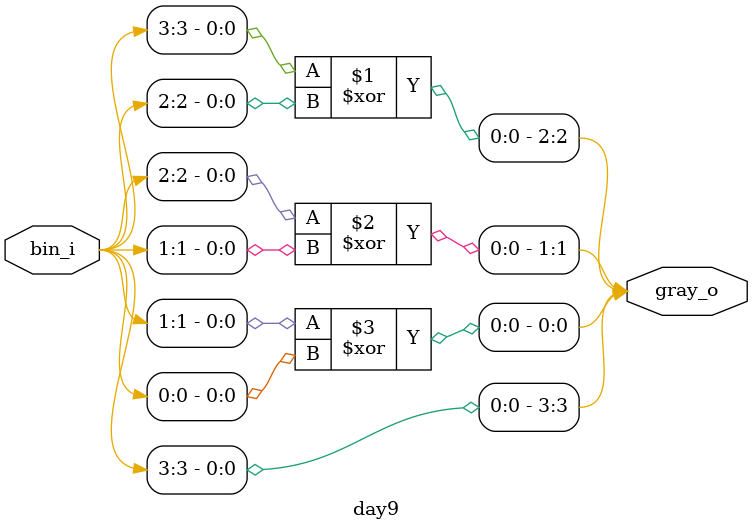
<source format=sv>

module day9 #(
  parameter VEC_W = 4
)(
  input     wire[VEC_W-1:0] bin_i,
  output    wire[VEC_W-1:0] gray_o

);

  // Write your logic here...
 assign gray_o[VEC_W-1] = bin_i[VEC_W-1];
  
  genvar i;
  for (i = VEC_W-1; i>0; i=i-1) begin
    assign gray_o [i-1] = bin_i[i] ^ bin_i[i-1];
  end
endmodule

</source>
